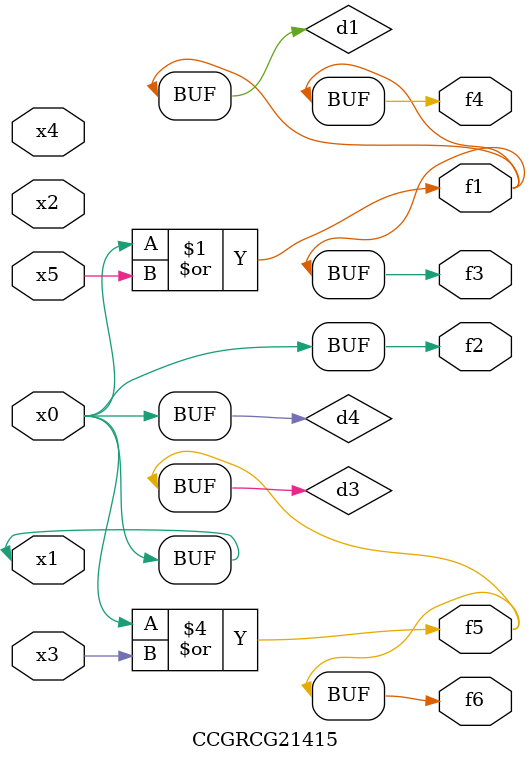
<source format=v>
module CCGRCG21415(
	input x0, x1, x2, x3, x4, x5,
	output f1, f2, f3, f4, f5, f6
);

	wire d1, d2, d3, d4;

	or (d1, x0, x5);
	xnor (d2, x1, x4);
	or (d3, x0, x3);
	buf (d4, x0, x1);
	assign f1 = d1;
	assign f2 = d4;
	assign f3 = d1;
	assign f4 = d1;
	assign f5 = d3;
	assign f6 = d3;
endmodule

</source>
